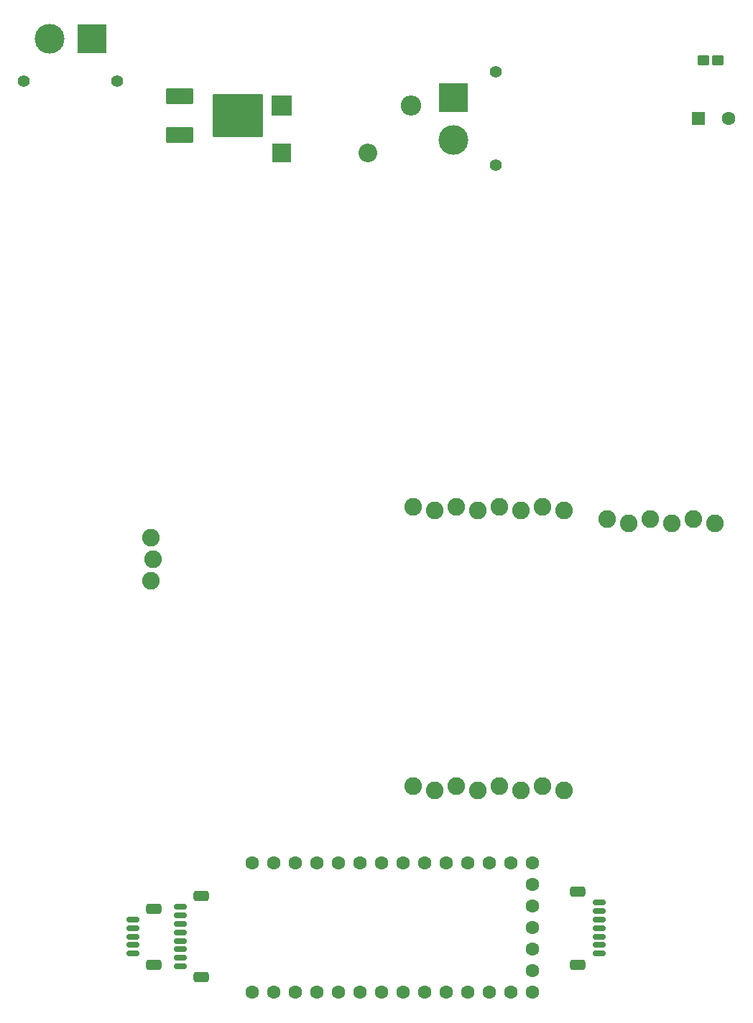
<source format=gts>
%TF.GenerationSoftware,KiCad,Pcbnew,(6.0.0-0)*%
%TF.CreationDate,2022-03-22T21:17:21+08:00*%
%TF.ProjectId,layer2,6c617965-7232-42e6-9b69-6361645f7063,rev?*%
%TF.SameCoordinates,Original*%
%TF.FileFunction,Soldermask,Top*%
%TF.FilePolarity,Negative*%
%FSLAX46Y46*%
G04 Gerber Fmt 4.6, Leading zero omitted, Abs format (unit mm)*
G04 Created by KiCad (PCBNEW (6.0.0-0)) date 2022-03-22 21:17:21*
%MOMM*%
%LPD*%
G01*
G04 APERTURE LIST*
G04 Aperture macros list*
%AMRoundRect*
0 Rectangle with rounded corners*
0 $1 Rounding radius*
0 $2 $3 $4 $5 $6 $7 $8 $9 X,Y pos of 4 corners*
0 Add a 4 corners polygon primitive as box body*
4,1,4,$2,$3,$4,$5,$6,$7,$8,$9,$2,$3,0*
0 Add four circle primitives for the rounded corners*
1,1,$1+$1,$2,$3*
1,1,$1+$1,$4,$5*
1,1,$1+$1,$6,$7*
1,1,$1+$1,$8,$9*
0 Add four rect primitives between the rounded corners*
20,1,$1+$1,$2,$3,$4,$5,0*
20,1,$1+$1,$4,$5,$6,$7,0*
20,1,$1+$1,$6,$7,$8,$9,0*
20,1,$1+$1,$8,$9,$2,$3,0*%
G04 Aperture macros list end*
%ADD10C,1.600000*%
%ADD11R,2.400000X2.400000*%
%ADD12O,2.400000X2.400000*%
%ADD13C,2.082800*%
%ADD14RoundRect,0.101600X-1.499870X0.798830X-1.499870X-0.798830X1.499870X-0.798830X1.499870X0.798830X0*%
%ADD15RoundRect,0.101600X-2.857500X2.413000X-2.857500X-2.413000X2.857500X-2.413000X2.857500X2.413000X0*%
%ADD16RoundRect,0.150000X-0.625000X0.150000X-0.625000X-0.150000X0.625000X-0.150000X0.625000X0.150000X0*%
%ADD17RoundRect,0.250000X-0.650000X0.350000X-0.650000X-0.350000X0.650000X-0.350000X0.650000X0.350000X0*%
%ADD18C,1.400000*%
%ADD19R,3.500000X3.500000*%
%ADD20C,3.500000*%
%ADD21RoundRect,0.150000X0.625000X-0.150000X0.625000X0.150000X-0.625000X0.150000X-0.625000X-0.150000X0*%
%ADD22RoundRect,0.250000X0.650000X-0.350000X0.650000X0.350000X-0.650000X0.350000X-0.650000X-0.350000X0*%
%ADD23R,2.200000X2.200000*%
%ADD24O,2.200000X2.200000*%
%ADD25RoundRect,0.101600X0.549910X0.499110X-0.549910X0.499110X-0.549910X-0.499110X0.549910X-0.499110X0*%
%ADD26R,1.600000X1.600000*%
G04 APERTURE END LIST*
D10*
%TO.C,MU0*%
X112395000Y-184520000D03*
X114935000Y-184520000D03*
X117475000Y-184520000D03*
X120015000Y-184520000D03*
X142875000Y-179440000D03*
X114935000Y-169280000D03*
X122555000Y-184520000D03*
X125095000Y-184520000D03*
X127635000Y-184520000D03*
X130175000Y-184520000D03*
X132715000Y-184520000D03*
X135255000Y-184520000D03*
X137795000Y-184520000D03*
X140335000Y-184520000D03*
X142875000Y-184520000D03*
X142875000Y-169280000D03*
X140335000Y-169280000D03*
X137795000Y-169280000D03*
X135255000Y-169280000D03*
X132715000Y-169280000D03*
X130175000Y-169280000D03*
X127635000Y-169280000D03*
X125095000Y-169280000D03*
X122555000Y-169280000D03*
X120015000Y-169280000D03*
X117475000Y-169280000D03*
X109855000Y-184520000D03*
X142875000Y-176900000D03*
X112395000Y-169280000D03*
X142875000Y-171820000D03*
X142875000Y-174360000D03*
X142875000Y-181980000D03*
X109855000Y-169280000D03*
%TD*%
D11*
%TO.C,DRIBBLERD1*%
X113284000Y-80028000D03*
D12*
X128524000Y-80028000D03*
%TD*%
D13*
%TO.C,BUCKJ1*%
X97873000Y-136000000D03*
X98127000Y-133460000D03*
X97873000Y-130920000D03*
%TD*%
%TO.C,OPENMVJ1*%
X128778000Y-160274000D03*
X131318000Y-160731200D03*
X133858000Y-160274000D03*
X136398000Y-160731200D03*
X138938000Y-160274000D03*
X141478000Y-160731200D03*
X144018000Y-160274000D03*
X146558000Y-160731200D03*
%TD*%
D14*
%TO.C,DRIBBLERQ1*%
X101283135Y-78874620D03*
X101283135Y-83431380D03*
D15*
X108179235Y-81153000D03*
%TD*%
D16*
%TO.C,L1TRJ2*%
X101336000Y-174500000D03*
X101336000Y-175500000D03*
X101336000Y-176500000D03*
X101336000Y-177500000D03*
X101336000Y-178500000D03*
X101336000Y-179500000D03*
X101336000Y-180500000D03*
X101336000Y-181500000D03*
D17*
X103861000Y-182800000D03*
X103861000Y-173200000D03*
%TD*%
D18*
%TO.C,J1*%
X82932000Y-77136000D03*
X93932000Y-77136000D03*
D19*
X90932000Y-72136000D03*
D20*
X85932000Y-72136000D03*
%TD*%
D16*
%TO.C,L1TRJ1*%
X95750000Y-176000000D03*
X95750000Y-177000000D03*
X95750000Y-178000000D03*
X95750000Y-179000000D03*
X95750000Y-180000000D03*
D17*
X98275000Y-181300000D03*
X98275000Y-174700000D03*
%TD*%
D21*
%TO.C,L4TRJ1*%
X150725000Y-180000000D03*
X150725000Y-179000000D03*
X150725000Y-178000000D03*
X150725000Y-177000000D03*
X150725000Y-176000000D03*
X150725000Y-175000000D03*
X150725000Y-174000000D03*
D22*
X148200000Y-181300000D03*
X148200000Y-172700000D03*
%TD*%
D18*
%TO.C,DRIBBLERJ1*%
X138550000Y-87034000D03*
X138550000Y-76034000D03*
D19*
X133550000Y-79034000D03*
D20*
X133550000Y-84034000D03*
%TD*%
D13*
%TO.C,BTJ1*%
X151650000Y-128746000D03*
X154190000Y-129254000D03*
X156730000Y-128746000D03*
X159270000Y-129254000D03*
X161810000Y-128746000D03*
X164350000Y-129254000D03*
%TD*%
D23*
%TO.C,DRIBBLERD2*%
X113284000Y-85598000D03*
D24*
X123444000Y-85598000D03*
%TD*%
D25*
%TO.C,DRIBBLERC1*%
X164678360Y-74676000D03*
X162981640Y-74676000D03*
%TD*%
D13*
%TO.C,OPENMVJ2*%
X128778000Y-127279400D03*
X131318000Y-127736600D03*
X133858000Y-127279400D03*
X136398000Y-127736600D03*
X138938000Y-127279400D03*
X141478000Y-127736600D03*
X144018000Y-127279400D03*
X146558000Y-127736600D03*
%TD*%
D26*
%TO.C,DRIBBLERCP1*%
X162431349Y-81534000D03*
D10*
X165931349Y-81534000D03*
%TD*%
M02*

</source>
